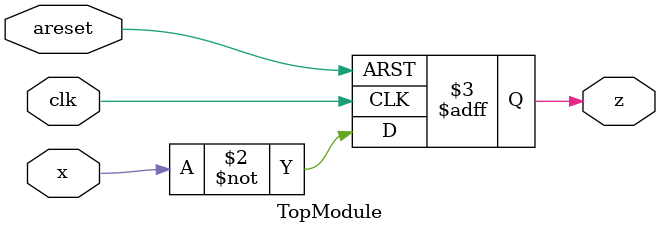
<source format=sv>

module TopModule (
  input clk,
  input areset,
  input x,
  output z
);
always @(posedge clk or posedge areset) begin
    if (areset) begin
        z <= 1'b0;
    end else begin
        z <= ~x;
    end
end
endmodule

</source>
